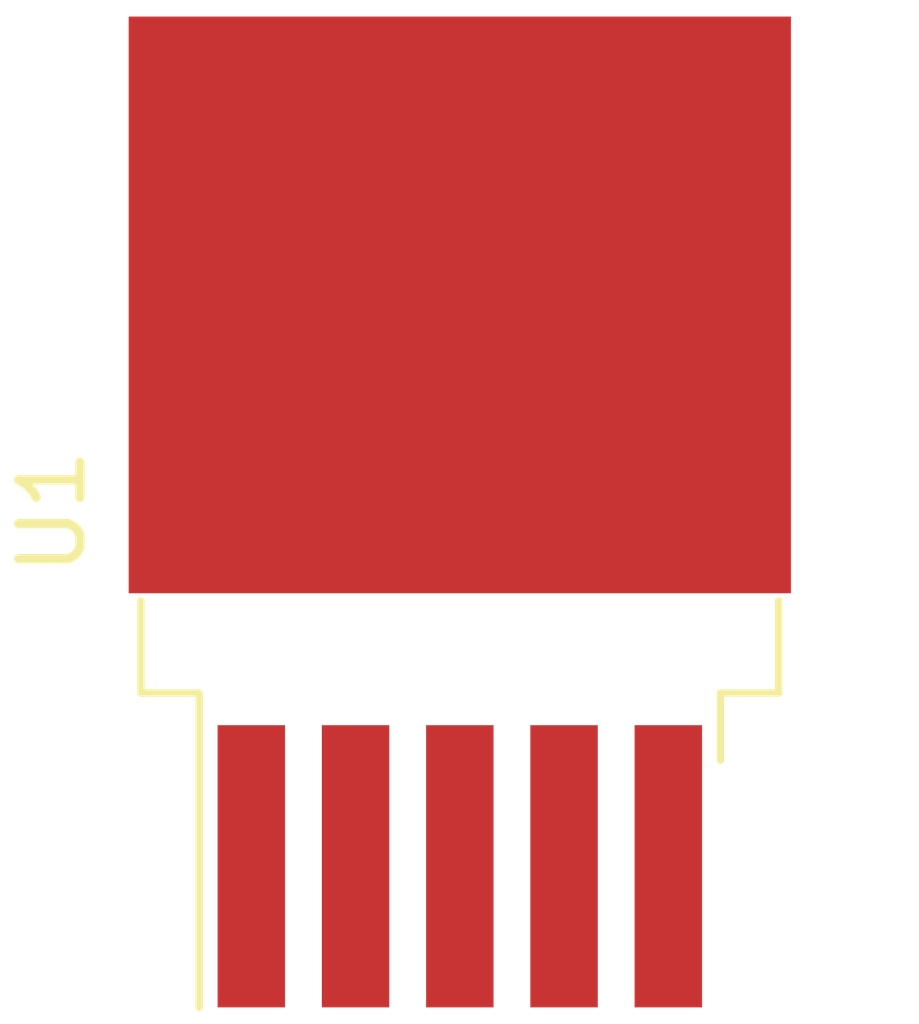
<source format=kicad_pcb>
(kicad_pcb (version 20210228) (generator pcbnew)
  (layers (0 "F.Cu" signal) (31 "B.Cu" signal) (34 "B.Paste" user) (35 "F.Paste" user) (36 "B.SilkS" user "B.Silkscreen") (37 "F.SilkS" user "F.Silkscreen") (38 "B.Mask" user) (39 "F.Mask" user) (44 "Edge.Cuts" user))
  (net 0 "")
  (net 1 "GND")
  (net 2 "Net-(C2-Pad1)")
  (net 3 "Net-(D1-Pad1)")
  (net 4 "Net-(C1-Pad1)")
  (footprint "Package_TO_SOT_SMD:TO-263-5_TabPin3" (layer "F.Cu") (at 130.3 72.4 90)
    (fp_text reference "U1" (at 0 -6.65 90) (layer "F.SilkS"))
    (fp_text value "LM2576S-3.3")
    (fp_line (start -1.45 5.2) (end -2.95 5.2) (layer "F.SilkS") (width 0.12))
    (fp_line (start -2.95 -4.25) (end -8.075 -4.25) (layer "F.SilkS") (width 0.12))
    (fp_line (start -2.95 -5.2) (end -2.95 -4.25) (layer "F.SilkS") (width 0.12))
    (fp_line (start -2.95 5.2) (end -2.95 4.25) (layer "F.SilkS") (width 0.12))
    (fp_line (start -2.95 4.25) (end -4.05 4.25) (layer "F.SilkS") (width 0.12))
    (fp_line (start -1.45 -5.2) (end -2.95 -5.2) (layer "F.SilkS") (width 0.12))
    (pad "1" smd rect (at -5.775 -3.4 90) (size 4.6 1.1) (layers "F.Cu" "F.Paste" "F.Mask") (net 4 "Net-(C1-Pad1)"))
    (pad "2" smd rect (at -5.775 -1.7 90) (size 4.6 1.1) (layers "F.Cu" "F.Paste" "F.Mask") (net 3 "Net-(D1-Pad1)"))
    (pad "3" smd rect (at 3.375 0 90) (size 9.4 10.8) (layers "F.Cu" "F.Mask") (net 1 "GND"))
    (pad "3" smd rect (at -5.775 0 90) (size 4.6 1.1) (layers "F.Cu" "F.Paste" "F.Mask") (net 1 "GND"))
    (pad "4" smd rect (at -5.775 1.7 90) (size 4.6 1.1) (layers "F.Cu" "F.Paste" "F.Mask") (net 2 "Net-(C2-Pad1)"))
    (pad "5" smd rect (at -5.775 3.4 90) (size 4.6 1.1) (layers "F.Cu" "F.Paste" "F.Mask") (net 1 "GND"))
  )
)
</source>
